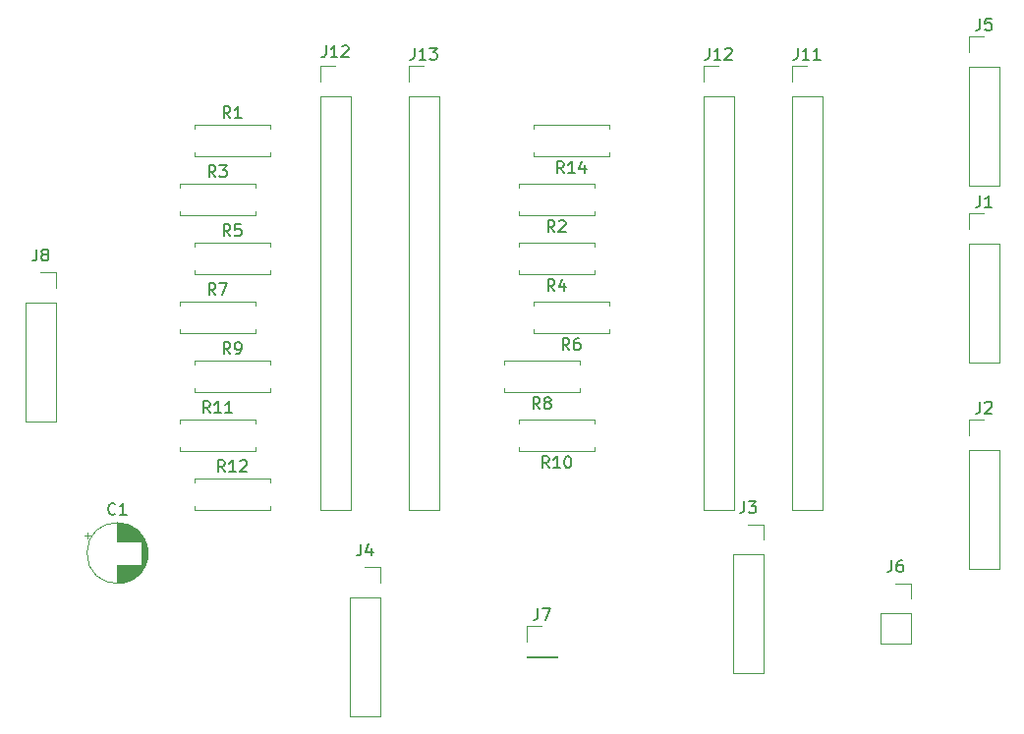
<source format=gbr>
%TF.GenerationSoftware,KiCad,Pcbnew,7.0.11+dfsg-1build4*%
%TF.CreationDate,2025-02-13T11:22:43-05:00*%
%TF.ProjectId,sinte,73696e74-652e-46b6-9963-61645f706362,rev?*%
%TF.SameCoordinates,Original*%
%TF.FileFunction,Legend,Top*%
%TF.FilePolarity,Positive*%
%FSLAX46Y46*%
G04 Gerber Fmt 4.6, Leading zero omitted, Abs format (unit mm)*
G04 Created by KiCad (PCBNEW 7.0.11+dfsg-1build4) date 2025-02-13 11:22:43*
%MOMM*%
%LPD*%
G01*
G04 APERTURE LIST*
%ADD10C,0.150000*%
%ADD11C,0.120000*%
G04 APERTURE END LIST*
D10*
X77930476Y-60414819D02*
X77930476Y-61129104D01*
X77930476Y-61129104D02*
X77882857Y-61271961D01*
X77882857Y-61271961D02*
X77787619Y-61367200D01*
X77787619Y-61367200D02*
X77644762Y-61414819D01*
X77644762Y-61414819D02*
X77549524Y-61414819D01*
X78930476Y-61414819D02*
X78359048Y-61414819D01*
X78644762Y-61414819D02*
X78644762Y-60414819D01*
X78644762Y-60414819D02*
X78549524Y-60557676D01*
X78549524Y-60557676D02*
X78454286Y-60652914D01*
X78454286Y-60652914D02*
X78359048Y-60700533D01*
X79311429Y-60510057D02*
X79359048Y-60462438D01*
X79359048Y-60462438D02*
X79454286Y-60414819D01*
X79454286Y-60414819D02*
X79692381Y-60414819D01*
X79692381Y-60414819D02*
X79787619Y-60462438D01*
X79787619Y-60462438D02*
X79835238Y-60510057D01*
X79835238Y-60510057D02*
X79882857Y-60605295D01*
X79882857Y-60605295D02*
X79882857Y-60700533D01*
X79882857Y-60700533D02*
X79835238Y-60843390D01*
X79835238Y-60843390D02*
X79263810Y-61414819D01*
X79263810Y-61414819D02*
X79882857Y-61414819D01*
X118570476Y-60624819D02*
X118570476Y-61339104D01*
X118570476Y-61339104D02*
X118522857Y-61481961D01*
X118522857Y-61481961D02*
X118427619Y-61577200D01*
X118427619Y-61577200D02*
X118284762Y-61624819D01*
X118284762Y-61624819D02*
X118189524Y-61624819D01*
X119570476Y-61624819D02*
X118999048Y-61624819D01*
X119284762Y-61624819D02*
X119284762Y-60624819D01*
X119284762Y-60624819D02*
X119189524Y-60767676D01*
X119189524Y-60767676D02*
X119094286Y-60862914D01*
X119094286Y-60862914D02*
X118999048Y-60910533D01*
X120522857Y-61624819D02*
X119951429Y-61624819D01*
X120237143Y-61624819D02*
X120237143Y-60624819D01*
X120237143Y-60624819D02*
X120141905Y-60767676D01*
X120141905Y-60767676D02*
X120046667Y-60862914D01*
X120046667Y-60862914D02*
X119951429Y-60910533D01*
X68413333Y-71744819D02*
X68080000Y-71268628D01*
X67841905Y-71744819D02*
X67841905Y-70744819D01*
X67841905Y-70744819D02*
X68222857Y-70744819D01*
X68222857Y-70744819D02*
X68318095Y-70792438D01*
X68318095Y-70792438D02*
X68365714Y-70840057D01*
X68365714Y-70840057D02*
X68413333Y-70935295D01*
X68413333Y-70935295D02*
X68413333Y-71078152D01*
X68413333Y-71078152D02*
X68365714Y-71173390D01*
X68365714Y-71173390D02*
X68318095Y-71221009D01*
X68318095Y-71221009D02*
X68222857Y-71268628D01*
X68222857Y-71268628D02*
X67841905Y-71268628D01*
X68746667Y-70744819D02*
X69365714Y-70744819D01*
X69365714Y-70744819D02*
X69032381Y-71125771D01*
X69032381Y-71125771D02*
X69175238Y-71125771D01*
X69175238Y-71125771D02*
X69270476Y-71173390D01*
X69270476Y-71173390D02*
X69318095Y-71221009D01*
X69318095Y-71221009D02*
X69365714Y-71316247D01*
X69365714Y-71316247D02*
X69365714Y-71554342D01*
X69365714Y-71554342D02*
X69318095Y-71649580D01*
X69318095Y-71649580D02*
X69270476Y-71697200D01*
X69270476Y-71697200D02*
X69175238Y-71744819D01*
X69175238Y-71744819D02*
X68889524Y-71744819D01*
X68889524Y-71744819D02*
X68794286Y-71697200D01*
X68794286Y-71697200D02*
X68746667Y-71649580D01*
X134286666Y-91104819D02*
X134286666Y-91819104D01*
X134286666Y-91819104D02*
X134239047Y-91961961D01*
X134239047Y-91961961D02*
X134143809Y-92057200D01*
X134143809Y-92057200D02*
X134000952Y-92104819D01*
X134000952Y-92104819D02*
X133905714Y-92104819D01*
X134715238Y-91200057D02*
X134762857Y-91152438D01*
X134762857Y-91152438D02*
X134858095Y-91104819D01*
X134858095Y-91104819D02*
X135096190Y-91104819D01*
X135096190Y-91104819D02*
X135191428Y-91152438D01*
X135191428Y-91152438D02*
X135239047Y-91200057D01*
X135239047Y-91200057D02*
X135286666Y-91295295D01*
X135286666Y-91295295D02*
X135286666Y-91390533D01*
X135286666Y-91390533D02*
X135239047Y-91533390D01*
X135239047Y-91533390D02*
X134667619Y-92104819D01*
X134667619Y-92104819D02*
X135286666Y-92104819D01*
X67937142Y-92064819D02*
X67603809Y-91588628D01*
X67365714Y-92064819D02*
X67365714Y-91064819D01*
X67365714Y-91064819D02*
X67746666Y-91064819D01*
X67746666Y-91064819D02*
X67841904Y-91112438D01*
X67841904Y-91112438D02*
X67889523Y-91160057D01*
X67889523Y-91160057D02*
X67937142Y-91255295D01*
X67937142Y-91255295D02*
X67937142Y-91398152D01*
X67937142Y-91398152D02*
X67889523Y-91493390D01*
X67889523Y-91493390D02*
X67841904Y-91541009D01*
X67841904Y-91541009D02*
X67746666Y-91588628D01*
X67746666Y-91588628D02*
X67365714Y-91588628D01*
X68889523Y-92064819D02*
X68318095Y-92064819D01*
X68603809Y-92064819D02*
X68603809Y-91064819D01*
X68603809Y-91064819D02*
X68508571Y-91207676D01*
X68508571Y-91207676D02*
X68413333Y-91302914D01*
X68413333Y-91302914D02*
X68318095Y-91350533D01*
X69841904Y-92064819D02*
X69270476Y-92064819D01*
X69556190Y-92064819D02*
X69556190Y-91064819D01*
X69556190Y-91064819D02*
X69460952Y-91207676D01*
X69460952Y-91207676D02*
X69365714Y-91302914D01*
X69365714Y-91302914D02*
X69270476Y-91350533D01*
X134286666Y-73324819D02*
X134286666Y-74039104D01*
X134286666Y-74039104D02*
X134239047Y-74181961D01*
X134239047Y-74181961D02*
X134143809Y-74277200D01*
X134143809Y-74277200D02*
X134000952Y-74324819D01*
X134000952Y-74324819D02*
X133905714Y-74324819D01*
X135286666Y-74324819D02*
X134715238Y-74324819D01*
X135000952Y-74324819D02*
X135000952Y-73324819D01*
X135000952Y-73324819D02*
X134905714Y-73467676D01*
X134905714Y-73467676D02*
X134810476Y-73562914D01*
X134810476Y-73562914D02*
X134715238Y-73610533D01*
X96353333Y-91724819D02*
X96020000Y-91248628D01*
X95781905Y-91724819D02*
X95781905Y-90724819D01*
X95781905Y-90724819D02*
X96162857Y-90724819D01*
X96162857Y-90724819D02*
X96258095Y-90772438D01*
X96258095Y-90772438D02*
X96305714Y-90820057D01*
X96305714Y-90820057D02*
X96353333Y-90915295D01*
X96353333Y-90915295D02*
X96353333Y-91058152D01*
X96353333Y-91058152D02*
X96305714Y-91153390D01*
X96305714Y-91153390D02*
X96258095Y-91201009D01*
X96258095Y-91201009D02*
X96162857Y-91248628D01*
X96162857Y-91248628D02*
X95781905Y-91248628D01*
X96924762Y-91153390D02*
X96829524Y-91105771D01*
X96829524Y-91105771D02*
X96781905Y-91058152D01*
X96781905Y-91058152D02*
X96734286Y-90962914D01*
X96734286Y-90962914D02*
X96734286Y-90915295D01*
X96734286Y-90915295D02*
X96781905Y-90820057D01*
X96781905Y-90820057D02*
X96829524Y-90772438D01*
X96829524Y-90772438D02*
X96924762Y-90724819D01*
X96924762Y-90724819D02*
X97115238Y-90724819D01*
X97115238Y-90724819D02*
X97210476Y-90772438D01*
X97210476Y-90772438D02*
X97258095Y-90820057D01*
X97258095Y-90820057D02*
X97305714Y-90915295D01*
X97305714Y-90915295D02*
X97305714Y-90962914D01*
X97305714Y-90962914D02*
X97258095Y-91058152D01*
X97258095Y-91058152D02*
X97210476Y-91105771D01*
X97210476Y-91105771D02*
X97115238Y-91153390D01*
X97115238Y-91153390D02*
X96924762Y-91153390D01*
X96924762Y-91153390D02*
X96829524Y-91201009D01*
X96829524Y-91201009D02*
X96781905Y-91248628D01*
X96781905Y-91248628D02*
X96734286Y-91343866D01*
X96734286Y-91343866D02*
X96734286Y-91534342D01*
X96734286Y-91534342D02*
X96781905Y-91629580D01*
X96781905Y-91629580D02*
X96829524Y-91677200D01*
X96829524Y-91677200D02*
X96924762Y-91724819D01*
X96924762Y-91724819D02*
X97115238Y-91724819D01*
X97115238Y-91724819D02*
X97210476Y-91677200D01*
X97210476Y-91677200D02*
X97258095Y-91629580D01*
X97258095Y-91629580D02*
X97305714Y-91534342D01*
X97305714Y-91534342D02*
X97305714Y-91343866D01*
X97305714Y-91343866D02*
X97258095Y-91248628D01*
X97258095Y-91248628D02*
X97210476Y-91201009D01*
X97210476Y-91201009D02*
X97115238Y-91153390D01*
X98893333Y-86644819D02*
X98560000Y-86168628D01*
X98321905Y-86644819D02*
X98321905Y-85644819D01*
X98321905Y-85644819D02*
X98702857Y-85644819D01*
X98702857Y-85644819D02*
X98798095Y-85692438D01*
X98798095Y-85692438D02*
X98845714Y-85740057D01*
X98845714Y-85740057D02*
X98893333Y-85835295D01*
X98893333Y-85835295D02*
X98893333Y-85978152D01*
X98893333Y-85978152D02*
X98845714Y-86073390D01*
X98845714Y-86073390D02*
X98798095Y-86121009D01*
X98798095Y-86121009D02*
X98702857Y-86168628D01*
X98702857Y-86168628D02*
X98321905Y-86168628D01*
X99750476Y-85644819D02*
X99560000Y-85644819D01*
X99560000Y-85644819D02*
X99464762Y-85692438D01*
X99464762Y-85692438D02*
X99417143Y-85740057D01*
X99417143Y-85740057D02*
X99321905Y-85882914D01*
X99321905Y-85882914D02*
X99274286Y-86073390D01*
X99274286Y-86073390D02*
X99274286Y-86454342D01*
X99274286Y-86454342D02*
X99321905Y-86549580D01*
X99321905Y-86549580D02*
X99369524Y-86597200D01*
X99369524Y-86597200D02*
X99464762Y-86644819D01*
X99464762Y-86644819D02*
X99655238Y-86644819D01*
X99655238Y-86644819D02*
X99750476Y-86597200D01*
X99750476Y-86597200D02*
X99798095Y-86549580D01*
X99798095Y-86549580D02*
X99845714Y-86454342D01*
X99845714Y-86454342D02*
X99845714Y-86216247D01*
X99845714Y-86216247D02*
X99798095Y-86121009D01*
X99798095Y-86121009D02*
X99750476Y-86073390D01*
X99750476Y-86073390D02*
X99655238Y-86025771D01*
X99655238Y-86025771D02*
X99464762Y-86025771D01*
X99464762Y-86025771D02*
X99369524Y-86073390D01*
X99369524Y-86073390D02*
X99321905Y-86121009D01*
X99321905Y-86121009D02*
X99274286Y-86216247D01*
X110950476Y-60624819D02*
X110950476Y-61339104D01*
X110950476Y-61339104D02*
X110902857Y-61481961D01*
X110902857Y-61481961D02*
X110807619Y-61577200D01*
X110807619Y-61577200D02*
X110664762Y-61624819D01*
X110664762Y-61624819D02*
X110569524Y-61624819D01*
X111950476Y-61624819D02*
X111379048Y-61624819D01*
X111664762Y-61624819D02*
X111664762Y-60624819D01*
X111664762Y-60624819D02*
X111569524Y-60767676D01*
X111569524Y-60767676D02*
X111474286Y-60862914D01*
X111474286Y-60862914D02*
X111379048Y-60910533D01*
X112331429Y-60720057D02*
X112379048Y-60672438D01*
X112379048Y-60672438D02*
X112474286Y-60624819D01*
X112474286Y-60624819D02*
X112712381Y-60624819D01*
X112712381Y-60624819D02*
X112807619Y-60672438D01*
X112807619Y-60672438D02*
X112855238Y-60720057D01*
X112855238Y-60720057D02*
X112902857Y-60815295D01*
X112902857Y-60815295D02*
X112902857Y-60910533D01*
X112902857Y-60910533D02*
X112855238Y-61053390D01*
X112855238Y-61053390D02*
X112283810Y-61624819D01*
X112283810Y-61624819D02*
X112902857Y-61624819D01*
X53006666Y-77964819D02*
X53006666Y-78679104D01*
X53006666Y-78679104D02*
X52959047Y-78821961D01*
X52959047Y-78821961D02*
X52863809Y-78917200D01*
X52863809Y-78917200D02*
X52720952Y-78964819D01*
X52720952Y-78964819D02*
X52625714Y-78964819D01*
X53625714Y-78393390D02*
X53530476Y-78345771D01*
X53530476Y-78345771D02*
X53482857Y-78298152D01*
X53482857Y-78298152D02*
X53435238Y-78202914D01*
X53435238Y-78202914D02*
X53435238Y-78155295D01*
X53435238Y-78155295D02*
X53482857Y-78060057D01*
X53482857Y-78060057D02*
X53530476Y-78012438D01*
X53530476Y-78012438D02*
X53625714Y-77964819D01*
X53625714Y-77964819D02*
X53816190Y-77964819D01*
X53816190Y-77964819D02*
X53911428Y-78012438D01*
X53911428Y-78012438D02*
X53959047Y-78060057D01*
X53959047Y-78060057D02*
X54006666Y-78155295D01*
X54006666Y-78155295D02*
X54006666Y-78202914D01*
X54006666Y-78202914D02*
X53959047Y-78298152D01*
X53959047Y-78298152D02*
X53911428Y-78345771D01*
X53911428Y-78345771D02*
X53816190Y-78393390D01*
X53816190Y-78393390D02*
X53625714Y-78393390D01*
X53625714Y-78393390D02*
X53530476Y-78441009D01*
X53530476Y-78441009D02*
X53482857Y-78488628D01*
X53482857Y-78488628D02*
X53435238Y-78583866D01*
X53435238Y-78583866D02*
X53435238Y-78774342D01*
X53435238Y-78774342D02*
X53482857Y-78869580D01*
X53482857Y-78869580D02*
X53530476Y-78917200D01*
X53530476Y-78917200D02*
X53625714Y-78964819D01*
X53625714Y-78964819D02*
X53816190Y-78964819D01*
X53816190Y-78964819D02*
X53911428Y-78917200D01*
X53911428Y-78917200D02*
X53959047Y-78869580D01*
X53959047Y-78869580D02*
X54006666Y-78774342D01*
X54006666Y-78774342D02*
X54006666Y-78583866D01*
X54006666Y-78583866D02*
X53959047Y-78488628D01*
X53959047Y-78488628D02*
X53911428Y-78441009D01*
X53911428Y-78441009D02*
X53816190Y-78393390D01*
X85550476Y-60624819D02*
X85550476Y-61339104D01*
X85550476Y-61339104D02*
X85502857Y-61481961D01*
X85502857Y-61481961D02*
X85407619Y-61577200D01*
X85407619Y-61577200D02*
X85264762Y-61624819D01*
X85264762Y-61624819D02*
X85169524Y-61624819D01*
X86550476Y-61624819D02*
X85979048Y-61624819D01*
X86264762Y-61624819D02*
X86264762Y-60624819D01*
X86264762Y-60624819D02*
X86169524Y-60767676D01*
X86169524Y-60767676D02*
X86074286Y-60862914D01*
X86074286Y-60862914D02*
X85979048Y-60910533D01*
X86883810Y-60624819D02*
X87502857Y-60624819D01*
X87502857Y-60624819D02*
X87169524Y-61005771D01*
X87169524Y-61005771D02*
X87312381Y-61005771D01*
X87312381Y-61005771D02*
X87407619Y-61053390D01*
X87407619Y-61053390D02*
X87455238Y-61101009D01*
X87455238Y-61101009D02*
X87502857Y-61196247D01*
X87502857Y-61196247D02*
X87502857Y-61434342D01*
X87502857Y-61434342D02*
X87455238Y-61529580D01*
X87455238Y-61529580D02*
X87407619Y-61577200D01*
X87407619Y-61577200D02*
X87312381Y-61624819D01*
X87312381Y-61624819D02*
X87026667Y-61624819D01*
X87026667Y-61624819D02*
X86931429Y-61577200D01*
X86931429Y-61577200D02*
X86883810Y-61529580D01*
X69207142Y-97144819D02*
X68873809Y-96668628D01*
X68635714Y-97144819D02*
X68635714Y-96144819D01*
X68635714Y-96144819D02*
X69016666Y-96144819D01*
X69016666Y-96144819D02*
X69111904Y-96192438D01*
X69111904Y-96192438D02*
X69159523Y-96240057D01*
X69159523Y-96240057D02*
X69207142Y-96335295D01*
X69207142Y-96335295D02*
X69207142Y-96478152D01*
X69207142Y-96478152D02*
X69159523Y-96573390D01*
X69159523Y-96573390D02*
X69111904Y-96621009D01*
X69111904Y-96621009D02*
X69016666Y-96668628D01*
X69016666Y-96668628D02*
X68635714Y-96668628D01*
X70159523Y-97144819D02*
X69588095Y-97144819D01*
X69873809Y-97144819D02*
X69873809Y-96144819D01*
X69873809Y-96144819D02*
X69778571Y-96287676D01*
X69778571Y-96287676D02*
X69683333Y-96382914D01*
X69683333Y-96382914D02*
X69588095Y-96430533D01*
X70540476Y-96240057D02*
X70588095Y-96192438D01*
X70588095Y-96192438D02*
X70683333Y-96144819D01*
X70683333Y-96144819D02*
X70921428Y-96144819D01*
X70921428Y-96144819D02*
X71016666Y-96192438D01*
X71016666Y-96192438D02*
X71064285Y-96240057D01*
X71064285Y-96240057D02*
X71111904Y-96335295D01*
X71111904Y-96335295D02*
X71111904Y-96430533D01*
X71111904Y-96430533D02*
X71064285Y-96573390D01*
X71064285Y-96573390D02*
X70492857Y-97144819D01*
X70492857Y-97144819D02*
X71111904Y-97144819D01*
X98417142Y-71404819D02*
X98083809Y-70928628D01*
X97845714Y-71404819D02*
X97845714Y-70404819D01*
X97845714Y-70404819D02*
X98226666Y-70404819D01*
X98226666Y-70404819D02*
X98321904Y-70452438D01*
X98321904Y-70452438D02*
X98369523Y-70500057D01*
X98369523Y-70500057D02*
X98417142Y-70595295D01*
X98417142Y-70595295D02*
X98417142Y-70738152D01*
X98417142Y-70738152D02*
X98369523Y-70833390D01*
X98369523Y-70833390D02*
X98321904Y-70881009D01*
X98321904Y-70881009D02*
X98226666Y-70928628D01*
X98226666Y-70928628D02*
X97845714Y-70928628D01*
X99369523Y-71404819D02*
X98798095Y-71404819D01*
X99083809Y-71404819D02*
X99083809Y-70404819D01*
X99083809Y-70404819D02*
X98988571Y-70547676D01*
X98988571Y-70547676D02*
X98893333Y-70642914D01*
X98893333Y-70642914D02*
X98798095Y-70690533D01*
X100226666Y-70738152D02*
X100226666Y-71404819D01*
X99988571Y-70357200D02*
X99750476Y-71071485D01*
X99750476Y-71071485D02*
X100369523Y-71071485D01*
X96186666Y-108884819D02*
X96186666Y-109599104D01*
X96186666Y-109599104D02*
X96139047Y-109741961D01*
X96139047Y-109741961D02*
X96043809Y-109837200D01*
X96043809Y-109837200D02*
X95900952Y-109884819D01*
X95900952Y-109884819D02*
X95805714Y-109884819D01*
X96567619Y-108884819D02*
X97234285Y-108884819D01*
X97234285Y-108884819D02*
X96805714Y-109884819D01*
X80946666Y-103364819D02*
X80946666Y-104079104D01*
X80946666Y-104079104D02*
X80899047Y-104221961D01*
X80899047Y-104221961D02*
X80803809Y-104317200D01*
X80803809Y-104317200D02*
X80660952Y-104364819D01*
X80660952Y-104364819D02*
X80565714Y-104364819D01*
X81851428Y-103698152D02*
X81851428Y-104364819D01*
X81613333Y-103317200D02*
X81375238Y-104031485D01*
X81375238Y-104031485D02*
X81994285Y-104031485D01*
X69683333Y-86984819D02*
X69350000Y-86508628D01*
X69111905Y-86984819D02*
X69111905Y-85984819D01*
X69111905Y-85984819D02*
X69492857Y-85984819D01*
X69492857Y-85984819D02*
X69588095Y-86032438D01*
X69588095Y-86032438D02*
X69635714Y-86080057D01*
X69635714Y-86080057D02*
X69683333Y-86175295D01*
X69683333Y-86175295D02*
X69683333Y-86318152D01*
X69683333Y-86318152D02*
X69635714Y-86413390D01*
X69635714Y-86413390D02*
X69588095Y-86461009D01*
X69588095Y-86461009D02*
X69492857Y-86508628D01*
X69492857Y-86508628D02*
X69111905Y-86508628D01*
X70159524Y-86984819D02*
X70350000Y-86984819D01*
X70350000Y-86984819D02*
X70445238Y-86937200D01*
X70445238Y-86937200D02*
X70492857Y-86889580D01*
X70492857Y-86889580D02*
X70588095Y-86746723D01*
X70588095Y-86746723D02*
X70635714Y-86556247D01*
X70635714Y-86556247D02*
X70635714Y-86175295D01*
X70635714Y-86175295D02*
X70588095Y-86080057D01*
X70588095Y-86080057D02*
X70540476Y-86032438D01*
X70540476Y-86032438D02*
X70445238Y-85984819D01*
X70445238Y-85984819D02*
X70254762Y-85984819D01*
X70254762Y-85984819D02*
X70159524Y-86032438D01*
X70159524Y-86032438D02*
X70111905Y-86080057D01*
X70111905Y-86080057D02*
X70064286Y-86175295D01*
X70064286Y-86175295D02*
X70064286Y-86413390D01*
X70064286Y-86413390D02*
X70111905Y-86508628D01*
X70111905Y-86508628D02*
X70159524Y-86556247D01*
X70159524Y-86556247D02*
X70254762Y-86603866D01*
X70254762Y-86603866D02*
X70445238Y-86603866D01*
X70445238Y-86603866D02*
X70540476Y-86556247D01*
X70540476Y-86556247D02*
X70588095Y-86508628D01*
X70588095Y-86508628D02*
X70635714Y-86413390D01*
X97147142Y-96804819D02*
X96813809Y-96328628D01*
X96575714Y-96804819D02*
X96575714Y-95804819D01*
X96575714Y-95804819D02*
X96956666Y-95804819D01*
X96956666Y-95804819D02*
X97051904Y-95852438D01*
X97051904Y-95852438D02*
X97099523Y-95900057D01*
X97099523Y-95900057D02*
X97147142Y-95995295D01*
X97147142Y-95995295D02*
X97147142Y-96138152D01*
X97147142Y-96138152D02*
X97099523Y-96233390D01*
X97099523Y-96233390D02*
X97051904Y-96281009D01*
X97051904Y-96281009D02*
X96956666Y-96328628D01*
X96956666Y-96328628D02*
X96575714Y-96328628D01*
X98099523Y-96804819D02*
X97528095Y-96804819D01*
X97813809Y-96804819D02*
X97813809Y-95804819D01*
X97813809Y-95804819D02*
X97718571Y-95947676D01*
X97718571Y-95947676D02*
X97623333Y-96042914D01*
X97623333Y-96042914D02*
X97528095Y-96090533D01*
X98718571Y-95804819D02*
X98813809Y-95804819D01*
X98813809Y-95804819D02*
X98909047Y-95852438D01*
X98909047Y-95852438D02*
X98956666Y-95900057D01*
X98956666Y-95900057D02*
X99004285Y-95995295D01*
X99004285Y-95995295D02*
X99051904Y-96185771D01*
X99051904Y-96185771D02*
X99051904Y-96423866D01*
X99051904Y-96423866D02*
X99004285Y-96614342D01*
X99004285Y-96614342D02*
X98956666Y-96709580D01*
X98956666Y-96709580D02*
X98909047Y-96757200D01*
X98909047Y-96757200D02*
X98813809Y-96804819D01*
X98813809Y-96804819D02*
X98718571Y-96804819D01*
X98718571Y-96804819D02*
X98623333Y-96757200D01*
X98623333Y-96757200D02*
X98575714Y-96709580D01*
X98575714Y-96709580D02*
X98528095Y-96614342D01*
X98528095Y-96614342D02*
X98480476Y-96423866D01*
X98480476Y-96423866D02*
X98480476Y-96185771D01*
X98480476Y-96185771D02*
X98528095Y-95995295D01*
X98528095Y-95995295D02*
X98575714Y-95900057D01*
X98575714Y-95900057D02*
X98623333Y-95852438D01*
X98623333Y-95852438D02*
X98718571Y-95804819D01*
X134286666Y-58084819D02*
X134286666Y-58799104D01*
X134286666Y-58799104D02*
X134239047Y-58941961D01*
X134239047Y-58941961D02*
X134143809Y-59037200D01*
X134143809Y-59037200D02*
X134000952Y-59084819D01*
X134000952Y-59084819D02*
X133905714Y-59084819D01*
X135239047Y-58084819D02*
X134762857Y-58084819D01*
X134762857Y-58084819D02*
X134715238Y-58561009D01*
X134715238Y-58561009D02*
X134762857Y-58513390D01*
X134762857Y-58513390D02*
X134858095Y-58465771D01*
X134858095Y-58465771D02*
X135096190Y-58465771D01*
X135096190Y-58465771D02*
X135191428Y-58513390D01*
X135191428Y-58513390D02*
X135239047Y-58561009D01*
X135239047Y-58561009D02*
X135286666Y-58656247D01*
X135286666Y-58656247D02*
X135286666Y-58894342D01*
X135286666Y-58894342D02*
X135239047Y-58989580D01*
X135239047Y-58989580D02*
X135191428Y-59037200D01*
X135191428Y-59037200D02*
X135096190Y-59084819D01*
X135096190Y-59084819D02*
X134858095Y-59084819D01*
X134858095Y-59084819D02*
X134762857Y-59037200D01*
X134762857Y-59037200D02*
X134715238Y-58989580D01*
X59793333Y-100749580D02*
X59745714Y-100797200D01*
X59745714Y-100797200D02*
X59602857Y-100844819D01*
X59602857Y-100844819D02*
X59507619Y-100844819D01*
X59507619Y-100844819D02*
X59364762Y-100797200D01*
X59364762Y-100797200D02*
X59269524Y-100701961D01*
X59269524Y-100701961D02*
X59221905Y-100606723D01*
X59221905Y-100606723D02*
X59174286Y-100416247D01*
X59174286Y-100416247D02*
X59174286Y-100273390D01*
X59174286Y-100273390D02*
X59221905Y-100082914D01*
X59221905Y-100082914D02*
X59269524Y-99987676D01*
X59269524Y-99987676D02*
X59364762Y-99892438D01*
X59364762Y-99892438D02*
X59507619Y-99844819D01*
X59507619Y-99844819D02*
X59602857Y-99844819D01*
X59602857Y-99844819D02*
X59745714Y-99892438D01*
X59745714Y-99892438D02*
X59793333Y-99940057D01*
X60745714Y-100844819D02*
X60174286Y-100844819D01*
X60460000Y-100844819D02*
X60460000Y-99844819D01*
X60460000Y-99844819D02*
X60364762Y-99987676D01*
X60364762Y-99987676D02*
X60269524Y-100082914D01*
X60269524Y-100082914D02*
X60174286Y-100130533D01*
X69683333Y-66664819D02*
X69350000Y-66188628D01*
X69111905Y-66664819D02*
X69111905Y-65664819D01*
X69111905Y-65664819D02*
X69492857Y-65664819D01*
X69492857Y-65664819D02*
X69588095Y-65712438D01*
X69588095Y-65712438D02*
X69635714Y-65760057D01*
X69635714Y-65760057D02*
X69683333Y-65855295D01*
X69683333Y-65855295D02*
X69683333Y-65998152D01*
X69683333Y-65998152D02*
X69635714Y-66093390D01*
X69635714Y-66093390D02*
X69588095Y-66141009D01*
X69588095Y-66141009D02*
X69492857Y-66188628D01*
X69492857Y-66188628D02*
X69111905Y-66188628D01*
X70635714Y-66664819D02*
X70064286Y-66664819D01*
X70350000Y-66664819D02*
X70350000Y-65664819D01*
X70350000Y-65664819D02*
X70254762Y-65807676D01*
X70254762Y-65807676D02*
X70159524Y-65902914D01*
X70159524Y-65902914D02*
X70064286Y-65950533D01*
X68413333Y-81904819D02*
X68080000Y-81428628D01*
X67841905Y-81904819D02*
X67841905Y-80904819D01*
X67841905Y-80904819D02*
X68222857Y-80904819D01*
X68222857Y-80904819D02*
X68318095Y-80952438D01*
X68318095Y-80952438D02*
X68365714Y-81000057D01*
X68365714Y-81000057D02*
X68413333Y-81095295D01*
X68413333Y-81095295D02*
X68413333Y-81238152D01*
X68413333Y-81238152D02*
X68365714Y-81333390D01*
X68365714Y-81333390D02*
X68318095Y-81381009D01*
X68318095Y-81381009D02*
X68222857Y-81428628D01*
X68222857Y-81428628D02*
X67841905Y-81428628D01*
X68746667Y-80904819D02*
X69413333Y-80904819D01*
X69413333Y-80904819D02*
X68984762Y-81904819D01*
X97623333Y-81564819D02*
X97290000Y-81088628D01*
X97051905Y-81564819D02*
X97051905Y-80564819D01*
X97051905Y-80564819D02*
X97432857Y-80564819D01*
X97432857Y-80564819D02*
X97528095Y-80612438D01*
X97528095Y-80612438D02*
X97575714Y-80660057D01*
X97575714Y-80660057D02*
X97623333Y-80755295D01*
X97623333Y-80755295D02*
X97623333Y-80898152D01*
X97623333Y-80898152D02*
X97575714Y-80993390D01*
X97575714Y-80993390D02*
X97528095Y-81041009D01*
X97528095Y-81041009D02*
X97432857Y-81088628D01*
X97432857Y-81088628D02*
X97051905Y-81088628D01*
X98480476Y-80898152D02*
X98480476Y-81564819D01*
X98242381Y-80517200D02*
X98004286Y-81231485D01*
X98004286Y-81231485D02*
X98623333Y-81231485D01*
X97623333Y-76484819D02*
X97290000Y-76008628D01*
X97051905Y-76484819D02*
X97051905Y-75484819D01*
X97051905Y-75484819D02*
X97432857Y-75484819D01*
X97432857Y-75484819D02*
X97528095Y-75532438D01*
X97528095Y-75532438D02*
X97575714Y-75580057D01*
X97575714Y-75580057D02*
X97623333Y-75675295D01*
X97623333Y-75675295D02*
X97623333Y-75818152D01*
X97623333Y-75818152D02*
X97575714Y-75913390D01*
X97575714Y-75913390D02*
X97528095Y-75961009D01*
X97528095Y-75961009D02*
X97432857Y-76008628D01*
X97432857Y-76008628D02*
X97051905Y-76008628D01*
X98004286Y-75580057D02*
X98051905Y-75532438D01*
X98051905Y-75532438D02*
X98147143Y-75484819D01*
X98147143Y-75484819D02*
X98385238Y-75484819D01*
X98385238Y-75484819D02*
X98480476Y-75532438D01*
X98480476Y-75532438D02*
X98528095Y-75580057D01*
X98528095Y-75580057D02*
X98575714Y-75675295D01*
X98575714Y-75675295D02*
X98575714Y-75770533D01*
X98575714Y-75770533D02*
X98528095Y-75913390D01*
X98528095Y-75913390D02*
X97956667Y-76484819D01*
X97956667Y-76484819D02*
X98575714Y-76484819D01*
X113966666Y-99688819D02*
X113966666Y-100403104D01*
X113966666Y-100403104D02*
X113919047Y-100545961D01*
X113919047Y-100545961D02*
X113823809Y-100641200D01*
X113823809Y-100641200D02*
X113680952Y-100688819D01*
X113680952Y-100688819D02*
X113585714Y-100688819D01*
X114347619Y-99688819D02*
X114966666Y-99688819D01*
X114966666Y-99688819D02*
X114633333Y-100069771D01*
X114633333Y-100069771D02*
X114776190Y-100069771D01*
X114776190Y-100069771D02*
X114871428Y-100117390D01*
X114871428Y-100117390D02*
X114919047Y-100165009D01*
X114919047Y-100165009D02*
X114966666Y-100260247D01*
X114966666Y-100260247D02*
X114966666Y-100498342D01*
X114966666Y-100498342D02*
X114919047Y-100593580D01*
X114919047Y-100593580D02*
X114871428Y-100641200D01*
X114871428Y-100641200D02*
X114776190Y-100688819D01*
X114776190Y-100688819D02*
X114490476Y-100688819D01*
X114490476Y-100688819D02*
X114395238Y-100641200D01*
X114395238Y-100641200D02*
X114347619Y-100593580D01*
X69683333Y-76824819D02*
X69350000Y-76348628D01*
X69111905Y-76824819D02*
X69111905Y-75824819D01*
X69111905Y-75824819D02*
X69492857Y-75824819D01*
X69492857Y-75824819D02*
X69588095Y-75872438D01*
X69588095Y-75872438D02*
X69635714Y-75920057D01*
X69635714Y-75920057D02*
X69683333Y-76015295D01*
X69683333Y-76015295D02*
X69683333Y-76158152D01*
X69683333Y-76158152D02*
X69635714Y-76253390D01*
X69635714Y-76253390D02*
X69588095Y-76301009D01*
X69588095Y-76301009D02*
X69492857Y-76348628D01*
X69492857Y-76348628D02*
X69111905Y-76348628D01*
X70588095Y-75824819D02*
X70111905Y-75824819D01*
X70111905Y-75824819D02*
X70064286Y-76301009D01*
X70064286Y-76301009D02*
X70111905Y-76253390D01*
X70111905Y-76253390D02*
X70207143Y-76205771D01*
X70207143Y-76205771D02*
X70445238Y-76205771D01*
X70445238Y-76205771D02*
X70540476Y-76253390D01*
X70540476Y-76253390D02*
X70588095Y-76301009D01*
X70588095Y-76301009D02*
X70635714Y-76396247D01*
X70635714Y-76396247D02*
X70635714Y-76634342D01*
X70635714Y-76634342D02*
X70588095Y-76729580D01*
X70588095Y-76729580D02*
X70540476Y-76777200D01*
X70540476Y-76777200D02*
X70445238Y-76824819D01*
X70445238Y-76824819D02*
X70207143Y-76824819D01*
X70207143Y-76824819D02*
X70111905Y-76777200D01*
X70111905Y-76777200D02*
X70064286Y-76729580D01*
X126666666Y-104768819D02*
X126666666Y-105483104D01*
X126666666Y-105483104D02*
X126619047Y-105625961D01*
X126619047Y-105625961D02*
X126523809Y-105721200D01*
X126523809Y-105721200D02*
X126380952Y-105768819D01*
X126380952Y-105768819D02*
X126285714Y-105768819D01*
X127571428Y-104768819D02*
X127380952Y-104768819D01*
X127380952Y-104768819D02*
X127285714Y-104816438D01*
X127285714Y-104816438D02*
X127238095Y-104864057D01*
X127238095Y-104864057D02*
X127142857Y-105006914D01*
X127142857Y-105006914D02*
X127095238Y-105197390D01*
X127095238Y-105197390D02*
X127095238Y-105578342D01*
X127095238Y-105578342D02*
X127142857Y-105673580D01*
X127142857Y-105673580D02*
X127190476Y-105721200D01*
X127190476Y-105721200D02*
X127285714Y-105768819D01*
X127285714Y-105768819D02*
X127476190Y-105768819D01*
X127476190Y-105768819D02*
X127571428Y-105721200D01*
X127571428Y-105721200D02*
X127619047Y-105673580D01*
X127619047Y-105673580D02*
X127666666Y-105578342D01*
X127666666Y-105578342D02*
X127666666Y-105340247D01*
X127666666Y-105340247D02*
X127619047Y-105245009D01*
X127619047Y-105245009D02*
X127571428Y-105197390D01*
X127571428Y-105197390D02*
X127476190Y-105149771D01*
X127476190Y-105149771D02*
X127285714Y-105149771D01*
X127285714Y-105149771D02*
X127190476Y-105197390D01*
X127190476Y-105197390D02*
X127142857Y-105245009D01*
X127142857Y-105245009D02*
X127095238Y-105340247D01*
D11*
%TO.C,J11*%
X118050000Y-62170000D02*
X119380000Y-62170000D01*
X118050000Y-63500000D02*
X118050000Y-62170000D01*
X118050000Y-64770000D02*
X118050000Y-100390000D01*
X118050000Y-64770000D02*
X120710000Y-64770000D01*
X118050000Y-100390000D02*
X120710000Y-100390000D01*
X120710000Y-64770000D02*
X120710000Y-100390000D01*
%TO.C,R3*%
X65310000Y-72290000D02*
X71850000Y-72290000D01*
X65310000Y-72620000D02*
X65310000Y-72290000D01*
X65310000Y-74700000D02*
X65310000Y-75030000D01*
X65310000Y-75030000D02*
X71850000Y-75030000D01*
X71850000Y-72290000D02*
X71850000Y-72620000D01*
X71850000Y-75030000D02*
X71850000Y-74700000D01*
%TO.C,J2*%
X133290000Y-92650000D02*
X134620000Y-92650000D01*
X133290000Y-93980000D02*
X133290000Y-92650000D01*
X133290000Y-95250000D02*
X133290000Y-105470000D01*
X133290000Y-95250000D02*
X135950000Y-95250000D01*
X133290000Y-105470000D02*
X135950000Y-105470000D01*
X135950000Y-95250000D02*
X135950000Y-105470000D01*
%TO.C,R11*%
X65310000Y-92610000D02*
X71850000Y-92610000D01*
X65310000Y-92940000D02*
X65310000Y-92610000D01*
X65310000Y-95020000D02*
X65310000Y-95350000D01*
X65310000Y-95350000D02*
X71850000Y-95350000D01*
X71850000Y-92610000D02*
X71850000Y-92940000D01*
X71850000Y-95350000D02*
X71850000Y-95020000D01*
%TO.C,J1*%
X133290000Y-74870000D02*
X134620000Y-74870000D01*
X133290000Y-76200000D02*
X133290000Y-74870000D01*
X133290000Y-77470000D02*
X133290000Y-87690000D01*
X133290000Y-77470000D02*
X135950000Y-77470000D01*
X133290000Y-87690000D02*
X135950000Y-87690000D01*
X135950000Y-77470000D02*
X135950000Y-87690000D01*
%TO.C,R8*%
X99790000Y-90270000D02*
X93250000Y-90270000D01*
X99790000Y-89940000D02*
X99790000Y-90270000D01*
X99790000Y-87860000D02*
X99790000Y-87530000D01*
X99790000Y-87530000D02*
X93250000Y-87530000D01*
X93250000Y-90270000D02*
X93250000Y-89940000D01*
X93250000Y-87530000D02*
X93250000Y-87860000D01*
%TO.C,R6*%
X102330000Y-85190000D02*
X95790000Y-85190000D01*
X102330000Y-84860000D02*
X102330000Y-85190000D01*
X102330000Y-82780000D02*
X102330000Y-82450000D01*
X102330000Y-82450000D02*
X95790000Y-82450000D01*
X95790000Y-85190000D02*
X95790000Y-84860000D01*
X95790000Y-82450000D02*
X95790000Y-82780000D01*
%TO.C,J12*%
X110430000Y-62170000D02*
X111760000Y-62170000D01*
X110430000Y-63500000D02*
X110430000Y-62170000D01*
X110430000Y-64770000D02*
X110430000Y-100390000D01*
X110430000Y-64770000D02*
X113090000Y-64770000D01*
X110430000Y-100390000D02*
X113090000Y-100390000D01*
X113090000Y-64770000D02*
X113090000Y-100390000D01*
%TO.C,J8*%
X52010000Y-82550000D02*
X52010000Y-92770000D01*
X52010000Y-82550000D02*
X54670000Y-82550000D01*
X52010000Y-92770000D02*
X54670000Y-92770000D01*
X53340000Y-79950000D02*
X54670000Y-79950000D01*
X54670000Y-79950000D02*
X54670000Y-81280000D01*
X54670000Y-82550000D02*
X54670000Y-92770000D01*
%TO.C,J13*%
X85030000Y-62170000D02*
X86360000Y-62170000D01*
X85030000Y-63500000D02*
X85030000Y-62170000D01*
X85030000Y-64770000D02*
X85030000Y-100390000D01*
X85030000Y-64770000D02*
X87690000Y-64770000D01*
X85030000Y-100390000D02*
X87690000Y-100390000D01*
X87690000Y-64770000D02*
X87690000Y-100390000D01*
%TO.C,R12*%
X66580000Y-97690000D02*
X73120000Y-97690000D01*
X66580000Y-98020000D02*
X66580000Y-97690000D01*
X66580000Y-100100000D02*
X66580000Y-100430000D01*
X66580000Y-100430000D02*
X73120000Y-100430000D01*
X73120000Y-97690000D02*
X73120000Y-98020000D01*
X73120000Y-100430000D02*
X73120000Y-100100000D01*
%TO.C,R14*%
X102330000Y-69950000D02*
X95790000Y-69950000D01*
X102330000Y-69620000D02*
X102330000Y-69950000D01*
X102330000Y-67540000D02*
X102330000Y-67210000D01*
X102330000Y-67210000D02*
X95790000Y-67210000D01*
X95790000Y-69950000D02*
X95790000Y-69620000D01*
X95790000Y-67210000D02*
X95790000Y-67540000D01*
%TO.C,J7*%
X95190000Y-110430000D02*
X96520000Y-110430000D01*
X95190000Y-111760000D02*
X95190000Y-110430000D01*
X95190000Y-113030000D02*
X95190000Y-113090000D01*
X95190000Y-113030000D02*
X97850000Y-113030000D01*
X95190000Y-113090000D02*
X97850000Y-113090000D01*
X97850000Y-113030000D02*
X97850000Y-113090000D01*
%TO.C,J4*%
X79950000Y-107950000D02*
X79950000Y-118170000D01*
X79950000Y-107950000D02*
X82610000Y-107950000D01*
X79950000Y-118170000D02*
X82610000Y-118170000D01*
X81280000Y-105350000D02*
X82610000Y-105350000D01*
X82610000Y-105350000D02*
X82610000Y-106680000D01*
X82610000Y-107950000D02*
X82610000Y-118170000D01*
%TO.C,J14*%
X77410000Y-62170000D02*
X78740000Y-62170000D01*
X77410000Y-63500000D02*
X77410000Y-62170000D01*
X77410000Y-64770000D02*
X77410000Y-100390000D01*
X77410000Y-64770000D02*
X80070000Y-64770000D01*
X77410000Y-100390000D02*
X80070000Y-100390000D01*
X80070000Y-64770000D02*
X80070000Y-100390000D01*
%TO.C,R9*%
X66580000Y-87530000D02*
X73120000Y-87530000D01*
X66580000Y-87860000D02*
X66580000Y-87530000D01*
X66580000Y-89940000D02*
X66580000Y-90270000D01*
X66580000Y-90270000D02*
X73120000Y-90270000D01*
X73120000Y-87530000D02*
X73120000Y-87860000D01*
X73120000Y-90270000D02*
X73120000Y-89940000D01*
%TO.C,R10*%
X101060000Y-95350000D02*
X94520000Y-95350000D01*
X101060000Y-95020000D02*
X101060000Y-95350000D01*
X101060000Y-92940000D02*
X101060000Y-92610000D01*
X101060000Y-92610000D02*
X94520000Y-92610000D01*
X94520000Y-95350000D02*
X94520000Y-95020000D01*
X94520000Y-92610000D02*
X94520000Y-92940000D01*
%TO.C,J5*%
X133290000Y-59630000D02*
X134620000Y-59630000D01*
X133290000Y-60960000D02*
X133290000Y-59630000D01*
X133290000Y-62230000D02*
X133290000Y-72450000D01*
X133290000Y-62230000D02*
X135950000Y-62230000D01*
X133290000Y-72450000D02*
X135950000Y-72450000D01*
X135950000Y-62230000D02*
X135950000Y-72450000D01*
%TO.C,C1*%
X57155225Y-102665000D02*
X57655225Y-102665000D01*
X57405225Y-102415000D02*
X57405225Y-102915000D01*
X59960000Y-101560000D02*
X59960000Y-103100000D01*
X59960000Y-105180000D02*
X59960000Y-106720000D01*
X60000000Y-101560000D02*
X60000000Y-103100000D01*
X60000000Y-105180000D02*
X60000000Y-106720000D01*
X60040000Y-101561000D02*
X60040000Y-103100000D01*
X60040000Y-105180000D02*
X60040000Y-106719000D01*
X60080000Y-101562000D02*
X60080000Y-103100000D01*
X60080000Y-105180000D02*
X60080000Y-106718000D01*
X60120000Y-101564000D02*
X60120000Y-103100000D01*
X60120000Y-105180000D02*
X60120000Y-106716000D01*
X60160000Y-101567000D02*
X60160000Y-103100000D01*
X60160000Y-105180000D02*
X60160000Y-106713000D01*
X60200000Y-101571000D02*
X60200000Y-103100000D01*
X60200000Y-105180000D02*
X60200000Y-106709000D01*
X60240000Y-101575000D02*
X60240000Y-103100000D01*
X60240000Y-105180000D02*
X60240000Y-106705000D01*
X60280000Y-101579000D02*
X60280000Y-103100000D01*
X60280000Y-105180000D02*
X60280000Y-106701000D01*
X60320000Y-101584000D02*
X60320000Y-103100000D01*
X60320000Y-105180000D02*
X60320000Y-106696000D01*
X60360000Y-101590000D02*
X60360000Y-103100000D01*
X60360000Y-105180000D02*
X60360000Y-106690000D01*
X60400000Y-101597000D02*
X60400000Y-103100000D01*
X60400000Y-105180000D02*
X60400000Y-106683000D01*
X60440000Y-101604000D02*
X60440000Y-103100000D01*
X60440000Y-105180000D02*
X60440000Y-106676000D01*
X60480000Y-101612000D02*
X60480000Y-103100000D01*
X60480000Y-105180000D02*
X60480000Y-106668000D01*
X60520000Y-101620000D02*
X60520000Y-103100000D01*
X60520000Y-105180000D02*
X60520000Y-106660000D01*
X60560000Y-101629000D02*
X60560000Y-103100000D01*
X60560000Y-105180000D02*
X60560000Y-106651000D01*
X60600000Y-101639000D02*
X60600000Y-103100000D01*
X60600000Y-105180000D02*
X60600000Y-106641000D01*
X60640000Y-101649000D02*
X60640000Y-103100000D01*
X60640000Y-105180000D02*
X60640000Y-106631000D01*
X60681000Y-101660000D02*
X60681000Y-103100000D01*
X60681000Y-105180000D02*
X60681000Y-106620000D01*
X60721000Y-101672000D02*
X60721000Y-103100000D01*
X60721000Y-105180000D02*
X60721000Y-106608000D01*
X60761000Y-101685000D02*
X60761000Y-103100000D01*
X60761000Y-105180000D02*
X60761000Y-106595000D01*
X60801000Y-101698000D02*
X60801000Y-103100000D01*
X60801000Y-105180000D02*
X60801000Y-106582000D01*
X60841000Y-101712000D02*
X60841000Y-103100000D01*
X60841000Y-105180000D02*
X60841000Y-106568000D01*
X60881000Y-101726000D02*
X60881000Y-103100000D01*
X60881000Y-105180000D02*
X60881000Y-106554000D01*
X60921000Y-101742000D02*
X60921000Y-103100000D01*
X60921000Y-105180000D02*
X60921000Y-106538000D01*
X60961000Y-101758000D02*
X60961000Y-103100000D01*
X60961000Y-105180000D02*
X60961000Y-106522000D01*
X61001000Y-101775000D02*
X61001000Y-103100000D01*
X61001000Y-105180000D02*
X61001000Y-106505000D01*
X61041000Y-101792000D02*
X61041000Y-103100000D01*
X61041000Y-105180000D02*
X61041000Y-106488000D01*
X61081000Y-101811000D02*
X61081000Y-103100000D01*
X61081000Y-105180000D02*
X61081000Y-106469000D01*
X61121000Y-101830000D02*
X61121000Y-103100000D01*
X61121000Y-105180000D02*
X61121000Y-106450000D01*
X61161000Y-101850000D02*
X61161000Y-103100000D01*
X61161000Y-105180000D02*
X61161000Y-106430000D01*
X61201000Y-101872000D02*
X61201000Y-103100000D01*
X61201000Y-105180000D02*
X61201000Y-106408000D01*
X61241000Y-101893000D02*
X61241000Y-103100000D01*
X61241000Y-105180000D02*
X61241000Y-106387000D01*
X61281000Y-101916000D02*
X61281000Y-103100000D01*
X61281000Y-105180000D02*
X61281000Y-106364000D01*
X61321000Y-101940000D02*
X61321000Y-103100000D01*
X61321000Y-105180000D02*
X61321000Y-106340000D01*
X61361000Y-101965000D02*
X61361000Y-103100000D01*
X61361000Y-105180000D02*
X61361000Y-106315000D01*
X61401000Y-101991000D02*
X61401000Y-103100000D01*
X61401000Y-105180000D02*
X61401000Y-106289000D01*
X61441000Y-102018000D02*
X61441000Y-103100000D01*
X61441000Y-105180000D02*
X61441000Y-106262000D01*
X61481000Y-102045000D02*
X61481000Y-103100000D01*
X61481000Y-105180000D02*
X61481000Y-106235000D01*
X61521000Y-102075000D02*
X61521000Y-103100000D01*
X61521000Y-105180000D02*
X61521000Y-106205000D01*
X61561000Y-102105000D02*
X61561000Y-103100000D01*
X61561000Y-105180000D02*
X61561000Y-106175000D01*
X61601000Y-102136000D02*
X61601000Y-103100000D01*
X61601000Y-105180000D02*
X61601000Y-106144000D01*
X61641000Y-102169000D02*
X61641000Y-103100000D01*
X61641000Y-105180000D02*
X61641000Y-106111000D01*
X61681000Y-102203000D02*
X61681000Y-103100000D01*
X61681000Y-105180000D02*
X61681000Y-106077000D01*
X61721000Y-102239000D02*
X61721000Y-103100000D01*
X61721000Y-105180000D02*
X61721000Y-106041000D01*
X61761000Y-102276000D02*
X61761000Y-103100000D01*
X61761000Y-105180000D02*
X61761000Y-106004000D01*
X61801000Y-102314000D02*
X61801000Y-103100000D01*
X61801000Y-105180000D02*
X61801000Y-105966000D01*
X61841000Y-102355000D02*
X61841000Y-103100000D01*
X61841000Y-105180000D02*
X61841000Y-105925000D01*
X61881000Y-102397000D02*
X61881000Y-103100000D01*
X61881000Y-105180000D02*
X61881000Y-105883000D01*
X61921000Y-102441000D02*
X61921000Y-103100000D01*
X61921000Y-105180000D02*
X61921000Y-105839000D01*
X61961000Y-102487000D02*
X61961000Y-103100000D01*
X61961000Y-105180000D02*
X61961000Y-105793000D01*
X62001000Y-102535000D02*
X62001000Y-105745000D01*
X62041000Y-102586000D02*
X62041000Y-105694000D01*
X62081000Y-102640000D02*
X62081000Y-105640000D01*
X62121000Y-102697000D02*
X62121000Y-105583000D01*
X62161000Y-102757000D02*
X62161000Y-105523000D01*
X62201000Y-102821000D02*
X62201000Y-105459000D01*
X62241000Y-102889000D02*
X62241000Y-105391000D01*
X62281000Y-102962000D02*
X62281000Y-105318000D01*
X62321000Y-103042000D02*
X62321000Y-105238000D01*
X62361000Y-103129000D02*
X62361000Y-105151000D01*
X62401000Y-103225000D02*
X62401000Y-105055000D01*
X62441000Y-103335000D02*
X62441000Y-104945000D01*
X62481000Y-103463000D02*
X62481000Y-104817000D01*
X62521000Y-103622000D02*
X62521000Y-104658000D01*
X62561000Y-103856000D02*
X62561000Y-104424000D01*
X62580000Y-104140000D02*
G75*
G03*
X57340000Y-104140000I-2620000J0D01*
G01*
X57340000Y-104140000D02*
G75*
G03*
X62580000Y-104140000I2620000J0D01*
G01*
%TO.C,R1*%
X66580000Y-67210000D02*
X73120000Y-67210000D01*
X66580000Y-67540000D02*
X66580000Y-67210000D01*
X66580000Y-69620000D02*
X66580000Y-69950000D01*
X66580000Y-69950000D02*
X73120000Y-69950000D01*
X73120000Y-67210000D02*
X73120000Y-67540000D01*
X73120000Y-69950000D02*
X73120000Y-69620000D01*
%TO.C,R7*%
X65310000Y-82450000D02*
X71850000Y-82450000D01*
X65310000Y-82780000D02*
X65310000Y-82450000D01*
X65310000Y-84860000D02*
X65310000Y-85190000D01*
X65310000Y-85190000D02*
X71850000Y-85190000D01*
X71850000Y-82450000D02*
X71850000Y-82780000D01*
X71850000Y-85190000D02*
X71850000Y-84860000D01*
%TO.C,R4*%
X101060000Y-80110000D02*
X94520000Y-80110000D01*
X101060000Y-79780000D02*
X101060000Y-80110000D01*
X101060000Y-77700000D02*
X101060000Y-77370000D01*
X101060000Y-77370000D02*
X94520000Y-77370000D01*
X94520000Y-80110000D02*
X94520000Y-79780000D01*
X94520000Y-77370000D02*
X94520000Y-77700000D01*
%TO.C,R2*%
X101060000Y-75030000D02*
X94520000Y-75030000D01*
X101060000Y-74700000D02*
X101060000Y-75030000D01*
X101060000Y-72620000D02*
X101060000Y-72290000D01*
X101060000Y-72290000D02*
X94520000Y-72290000D01*
X94520000Y-75030000D02*
X94520000Y-74700000D01*
X94520000Y-72290000D02*
X94520000Y-72620000D01*
%TO.C,J3*%
X112970000Y-104274000D02*
X112970000Y-114494000D01*
X112970000Y-104274000D02*
X115630000Y-104274000D01*
X112970000Y-114494000D02*
X115630000Y-114494000D01*
X114300000Y-101674000D02*
X115630000Y-101674000D01*
X115630000Y-101674000D02*
X115630000Y-103004000D01*
X115630000Y-104274000D02*
X115630000Y-114494000D01*
%TO.C,R5*%
X66580000Y-77370000D02*
X73120000Y-77370000D01*
X66580000Y-77700000D02*
X66580000Y-77370000D01*
X66580000Y-79780000D02*
X66580000Y-80110000D01*
X66580000Y-80110000D02*
X73120000Y-80110000D01*
X73120000Y-77370000D02*
X73120000Y-77700000D01*
X73120000Y-80110000D02*
X73120000Y-79780000D01*
%TO.C,J6*%
X125670000Y-109354000D02*
X125670000Y-111954000D01*
X125670000Y-109354000D02*
X128330000Y-109354000D01*
X125670000Y-111954000D02*
X128330000Y-111954000D01*
X127000000Y-106754000D02*
X128330000Y-106754000D01*
X128330000Y-106754000D02*
X128330000Y-108084000D01*
X128330000Y-109354000D02*
X128330000Y-111954000D01*
%TD*%
M02*

</source>
